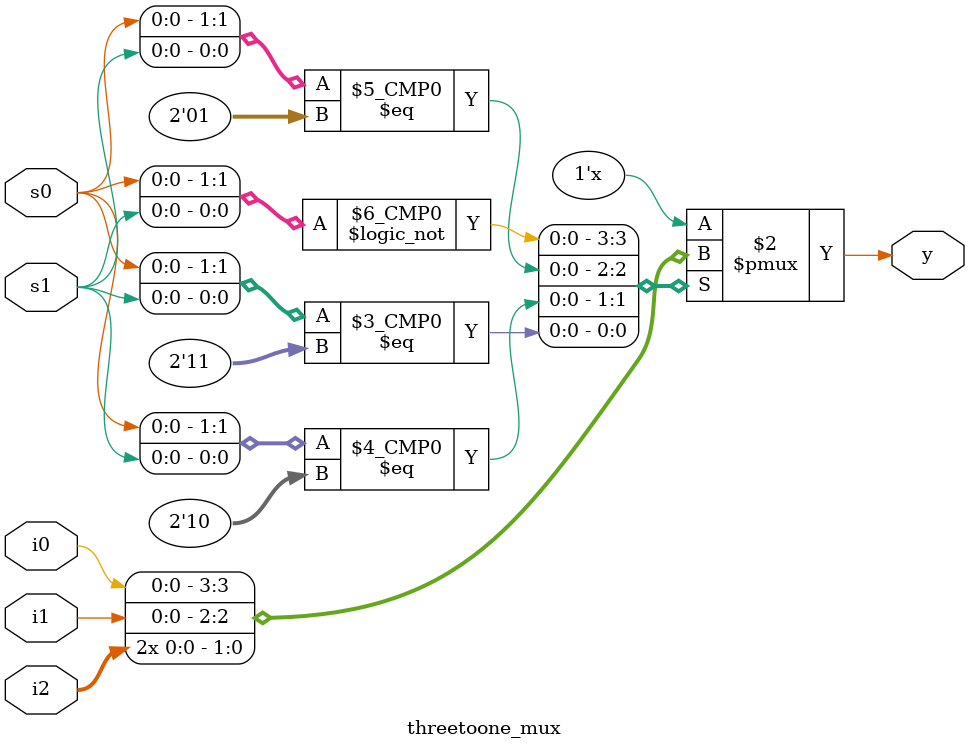
<source format=v>
module threetoone_mux(i0,i1,i2,s0,s1,y);
input i0,i1,i2;
input s0,s1;
output reg y;
always@(*)
		begin
	case({s0,s1})
		2'b00: y=i0;
		2'b01: y=i1;
		2'b10: y=i2;
		2'b11: y=i2;
		default: y=1'b0;
	endcase

end
endmodule

</source>
